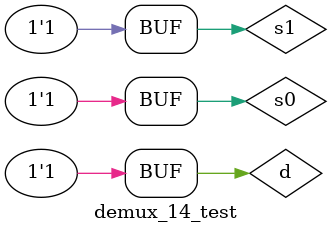
<source format=v>
`timescale 1ns / 1ps


module demux_14_test;

	// Inputs
	reg d;
	reg s0;
	reg s1;

	// Outputs
	wire y0;
	wire y1;
	wire y2;
	wire y3;

	// Instantiate the Unit Under Test (UUT)
	demux_14 uut (
		.d(d), 
		.s0(s0), 
		.s1(s1), 
		.y0(y0), 
		.y1(y1), 
		.y2(y2), 
		.y3(y3)
	);

	initial begin
		// Initialize Inputs
		s0 = 0;
		s1 = 0;
		d = 0;
		#40 s0=1;
		#40 s1=1;s0=0;
		#40 s0=1;
		#40 d = 1; s0=0;s1=0;
		#40 s0=1;
		#40 s0=0;s1=1;
		#40 s0=1;
	end
     initial begin 
		$monitor("SELECT LINES: %b%b \t d= %b \t Y3=%b Y2 =%b Y1= %b Y0= %b",s1,s0,d,y3,y2,y1,y0);
	  end 
      
endmodule


</source>
